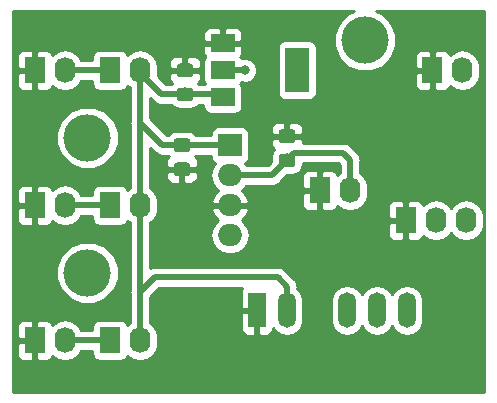
<source format=gtl>
G04 #@! TF.GenerationSoftware,KiCad,Pcbnew,5.0.1*
G04 #@! TF.CreationDate,2018-11-02T18:26:04-05:00*
G04 #@! TF.ProjectId,PowerRDP,506F7765725244502E6B696361645F70,01*
G04 #@! TF.SameCoordinates,Original*
G04 #@! TF.FileFunction,Copper,L1,Top,Signal*
G04 #@! TF.FilePolarity,Positive*
%FSLAX46Y46*%
G04 Gerber Fmt 4.6, Leading zero omitted, Abs format (unit mm)*
G04 Created by KiCad (PCBNEW 5.0.1) date Fri 02 Nov 2018 06:26:04 PM CDT*
%MOMM*%
%LPD*%
G01*
G04 APERTURE LIST*
G04 #@! TA.AperFunction,SMDPad,CuDef*
%ADD10R,2.000000X1.500000*%
G04 #@! TD*
G04 #@! TA.AperFunction,SMDPad,CuDef*
%ADD11R,2.000000X3.800000*%
G04 #@! TD*
G04 #@! TA.AperFunction,ComponentPad*
%ADD12O,2.000000X1.905000*%
G04 #@! TD*
G04 #@! TA.AperFunction,ComponentPad*
%ADD13R,2.000000X1.905000*%
G04 #@! TD*
G04 #@! TA.AperFunction,ComponentPad*
%ADD14O,1.740000X2.200000*%
G04 #@! TD*
G04 #@! TA.AperFunction,ComponentPad*
%ADD15R,1.740000X2.200000*%
G04 #@! TD*
G04 #@! TA.AperFunction,Conductor*
%ADD16C,0.100000*%
G04 #@! TD*
G04 #@! TA.AperFunction,SMDPad,CuDef*
%ADD17C,1.150000*%
G04 #@! TD*
G04 #@! TA.AperFunction,ComponentPad*
%ADD18R,1.500000X3.000000*%
G04 #@! TD*
G04 #@! TA.AperFunction,ComponentPad*
%ADD19O,1.500000X3.000000*%
G04 #@! TD*
G04 #@! TA.AperFunction,WasherPad*
%ADD20C,4.000000*%
G04 #@! TD*
G04 #@! TA.AperFunction,ViaPad*
%ADD21C,0.800000*%
G04 #@! TD*
G04 #@! TA.AperFunction,Conductor*
%ADD22C,0.500000*%
G04 #@! TD*
G04 #@! TA.AperFunction,Conductor*
%ADD23C,0.250000*%
G04 #@! TD*
G04 #@! TA.AperFunction,Conductor*
%ADD24C,0.254000*%
G04 #@! TD*
G04 APERTURE END LIST*
D10*
G04 #@! TO.P,U3,1*
G04 #@! TO.N,GND*
X139090000Y-51040000D03*
G04 #@! TO.P,U3,3*
G04 #@! TO.N,+BATT*
X139090000Y-55640000D03*
G04 #@! TO.P,U3,2*
G04 #@! TO.N,/+3.3V*
X139090000Y-53340000D03*
D11*
G04 #@! TO.P,U3,4*
G04 #@! TO.N,N/C*
X145390000Y-53340000D03*
G04 #@! TD*
D12*
G04 #@! TO.P,U2,4*
G04 #@! TO.N,Net-(U2-Pad4)*
X139700000Y-67310000D03*
G04 #@! TO.P,U2,3*
G04 #@! TO.N,GND*
X139700000Y-64770000D03*
G04 #@! TO.P,U2,2*
G04 #@! TO.N,/+12V*
X139700000Y-62230000D03*
D13*
G04 #@! TO.P,U2,1*
G04 #@! TO.N,+BATT*
X139700000Y-59690000D03*
G04 #@! TD*
D14*
G04 #@! TO.P,J1,2*
G04 #@! TO.N,Net-(J1-Pad2)*
X125730000Y-76200000D03*
D15*
G04 #@! TO.P,J1,1*
G04 #@! TO.N,GND*
X123190000Y-76200000D03*
G04 #@! TD*
D14*
G04 #@! TO.P,J2,2*
G04 #@! TO.N,+BATT*
X132080000Y-76200000D03*
D15*
G04 #@! TO.P,J2,1*
G04 #@! TO.N,Net-(J1-Pad2)*
X129540000Y-76200000D03*
G04 #@! TD*
D14*
G04 #@! TO.P,J3,2*
G04 #@! TO.N,Net-(J3-Pad2)*
X125730000Y-64770000D03*
D15*
G04 #@! TO.P,J3,1*
G04 #@! TO.N,GND*
X123190000Y-64770000D03*
G04 #@! TD*
D14*
G04 #@! TO.P,J4,2*
G04 #@! TO.N,+BATT*
X132080000Y-64770000D03*
D15*
G04 #@! TO.P,J4,1*
G04 #@! TO.N,Net-(J3-Pad2)*
X129540000Y-64770000D03*
G04 #@! TD*
D14*
G04 #@! TO.P,J5,2*
G04 #@! TO.N,Net-(J5-Pad2)*
X125730000Y-53340000D03*
D15*
G04 #@! TO.P,J5,1*
G04 #@! TO.N,GND*
X123190000Y-53340000D03*
G04 #@! TD*
D14*
G04 #@! TO.P,J6,2*
G04 #@! TO.N,+BATT*
X132080000Y-53340000D03*
D15*
G04 #@! TO.P,J6,1*
G04 #@! TO.N,Net-(J5-Pad2)*
X129540000Y-53340000D03*
G04 #@! TD*
D14*
G04 #@! TO.P,J7,2*
G04 #@! TO.N,/+3.3V*
X159385000Y-53340000D03*
D15*
G04 #@! TO.P,J7,1*
G04 #@! TO.N,GND*
X156845000Y-53340000D03*
G04 #@! TD*
D14*
G04 #@! TO.P,J8,2*
G04 #@! TO.N,/+12V*
X149860000Y-63500000D03*
D15*
G04 #@! TO.P,J8,1*
G04 #@! TO.N,GND*
X147320000Y-63500000D03*
G04 #@! TD*
D14*
G04 #@! TO.P,J9,3*
G04 #@! TO.N,/-15V*
X159665001Y-66040000D03*
G04 #@! TO.P,J9,2*
G04 #@! TO.N,/+15V*
X157125001Y-66040000D03*
D15*
G04 #@! TO.P,J9,1*
G04 #@! TO.N,GND*
X154585001Y-66040000D03*
G04 #@! TD*
D16*
G04 #@! TO.N,GND*
G04 #@! TO.C,C3*
G36*
X136110505Y-61148204D02*
X136134773Y-61151804D01*
X136158572Y-61157765D01*
X136181671Y-61166030D01*
X136203850Y-61176520D01*
X136224893Y-61189132D01*
X136244599Y-61203747D01*
X136262777Y-61220223D01*
X136279253Y-61238401D01*
X136293868Y-61258107D01*
X136306480Y-61279150D01*
X136316970Y-61301329D01*
X136325235Y-61324428D01*
X136331196Y-61348227D01*
X136334796Y-61372495D01*
X136336000Y-61396999D01*
X136336000Y-62047001D01*
X136334796Y-62071505D01*
X136331196Y-62095773D01*
X136325235Y-62119572D01*
X136316970Y-62142671D01*
X136306480Y-62164850D01*
X136293868Y-62185893D01*
X136279253Y-62205599D01*
X136262777Y-62223777D01*
X136244599Y-62240253D01*
X136224893Y-62254868D01*
X136203850Y-62267480D01*
X136181671Y-62277970D01*
X136158572Y-62286235D01*
X136134773Y-62292196D01*
X136110505Y-62295796D01*
X136086001Y-62297000D01*
X135185999Y-62297000D01*
X135161495Y-62295796D01*
X135137227Y-62292196D01*
X135113428Y-62286235D01*
X135090329Y-62277970D01*
X135068150Y-62267480D01*
X135047107Y-62254868D01*
X135027401Y-62240253D01*
X135009223Y-62223777D01*
X134992747Y-62205599D01*
X134978132Y-62185893D01*
X134965520Y-62164850D01*
X134955030Y-62142671D01*
X134946765Y-62119572D01*
X134940804Y-62095773D01*
X134937204Y-62071505D01*
X134936000Y-62047001D01*
X134936000Y-61396999D01*
X134937204Y-61372495D01*
X134940804Y-61348227D01*
X134946765Y-61324428D01*
X134955030Y-61301329D01*
X134965520Y-61279150D01*
X134978132Y-61258107D01*
X134992747Y-61238401D01*
X135009223Y-61220223D01*
X135027401Y-61203747D01*
X135047107Y-61189132D01*
X135068150Y-61176520D01*
X135090329Y-61166030D01*
X135113428Y-61157765D01*
X135137227Y-61151804D01*
X135161495Y-61148204D01*
X135185999Y-61147000D01*
X136086001Y-61147000D01*
X136110505Y-61148204D01*
X136110505Y-61148204D01*
G37*
D17*
G04 #@! TD*
G04 #@! TO.P,C3,1*
G04 #@! TO.N,GND*
X135636000Y-61722000D03*
D16*
G04 #@! TO.N,+BATT*
G04 #@! TO.C,C3*
G36*
X136110505Y-59098204D02*
X136134773Y-59101804D01*
X136158572Y-59107765D01*
X136181671Y-59116030D01*
X136203850Y-59126520D01*
X136224893Y-59139132D01*
X136244599Y-59153747D01*
X136262777Y-59170223D01*
X136279253Y-59188401D01*
X136293868Y-59208107D01*
X136306480Y-59229150D01*
X136316970Y-59251329D01*
X136325235Y-59274428D01*
X136331196Y-59298227D01*
X136334796Y-59322495D01*
X136336000Y-59346999D01*
X136336000Y-59997001D01*
X136334796Y-60021505D01*
X136331196Y-60045773D01*
X136325235Y-60069572D01*
X136316970Y-60092671D01*
X136306480Y-60114850D01*
X136293868Y-60135893D01*
X136279253Y-60155599D01*
X136262777Y-60173777D01*
X136244599Y-60190253D01*
X136224893Y-60204868D01*
X136203850Y-60217480D01*
X136181671Y-60227970D01*
X136158572Y-60236235D01*
X136134773Y-60242196D01*
X136110505Y-60245796D01*
X136086001Y-60247000D01*
X135185999Y-60247000D01*
X135161495Y-60245796D01*
X135137227Y-60242196D01*
X135113428Y-60236235D01*
X135090329Y-60227970D01*
X135068150Y-60217480D01*
X135047107Y-60204868D01*
X135027401Y-60190253D01*
X135009223Y-60173777D01*
X134992747Y-60155599D01*
X134978132Y-60135893D01*
X134965520Y-60114850D01*
X134955030Y-60092671D01*
X134946765Y-60069572D01*
X134940804Y-60045773D01*
X134937204Y-60021505D01*
X134936000Y-59997001D01*
X134936000Y-59346999D01*
X134937204Y-59322495D01*
X134940804Y-59298227D01*
X134946765Y-59274428D01*
X134955030Y-59251329D01*
X134965520Y-59229150D01*
X134978132Y-59208107D01*
X134992747Y-59188401D01*
X135009223Y-59170223D01*
X135027401Y-59153747D01*
X135047107Y-59139132D01*
X135068150Y-59126520D01*
X135090329Y-59116030D01*
X135113428Y-59107765D01*
X135137227Y-59101804D01*
X135161495Y-59098204D01*
X135185999Y-59097000D01*
X136086001Y-59097000D01*
X136110505Y-59098204D01*
X136110505Y-59098204D01*
G37*
D17*
G04 #@! TD*
G04 #@! TO.P,C3,2*
G04 #@! TO.N,+BATT*
X135636000Y-59672000D03*
D16*
G04 #@! TO.N,GND*
G04 #@! TO.C,C4*
G36*
X145000505Y-58345204D02*
X145024773Y-58348804D01*
X145048572Y-58354765D01*
X145071671Y-58363030D01*
X145093850Y-58373520D01*
X145114893Y-58386132D01*
X145134599Y-58400747D01*
X145152777Y-58417223D01*
X145169253Y-58435401D01*
X145183868Y-58455107D01*
X145196480Y-58476150D01*
X145206970Y-58498329D01*
X145215235Y-58521428D01*
X145221196Y-58545227D01*
X145224796Y-58569495D01*
X145226000Y-58593999D01*
X145226000Y-59244001D01*
X145224796Y-59268505D01*
X145221196Y-59292773D01*
X145215235Y-59316572D01*
X145206970Y-59339671D01*
X145196480Y-59361850D01*
X145183868Y-59382893D01*
X145169253Y-59402599D01*
X145152777Y-59420777D01*
X145134599Y-59437253D01*
X145114893Y-59451868D01*
X145093850Y-59464480D01*
X145071671Y-59474970D01*
X145048572Y-59483235D01*
X145024773Y-59489196D01*
X145000505Y-59492796D01*
X144976001Y-59494000D01*
X144075999Y-59494000D01*
X144051495Y-59492796D01*
X144027227Y-59489196D01*
X144003428Y-59483235D01*
X143980329Y-59474970D01*
X143958150Y-59464480D01*
X143937107Y-59451868D01*
X143917401Y-59437253D01*
X143899223Y-59420777D01*
X143882747Y-59402599D01*
X143868132Y-59382893D01*
X143855520Y-59361850D01*
X143845030Y-59339671D01*
X143836765Y-59316572D01*
X143830804Y-59292773D01*
X143827204Y-59268505D01*
X143826000Y-59244001D01*
X143826000Y-58593999D01*
X143827204Y-58569495D01*
X143830804Y-58545227D01*
X143836765Y-58521428D01*
X143845030Y-58498329D01*
X143855520Y-58476150D01*
X143868132Y-58455107D01*
X143882747Y-58435401D01*
X143899223Y-58417223D01*
X143917401Y-58400747D01*
X143937107Y-58386132D01*
X143958150Y-58373520D01*
X143980329Y-58363030D01*
X144003428Y-58354765D01*
X144027227Y-58348804D01*
X144051495Y-58345204D01*
X144075999Y-58344000D01*
X144976001Y-58344000D01*
X145000505Y-58345204D01*
X145000505Y-58345204D01*
G37*
D17*
G04 #@! TD*
G04 #@! TO.P,C4,2*
G04 #@! TO.N,GND*
X144526000Y-58919000D03*
D16*
G04 #@! TO.N,/+12V*
G04 #@! TO.C,C4*
G36*
X145000505Y-60395204D02*
X145024773Y-60398804D01*
X145048572Y-60404765D01*
X145071671Y-60413030D01*
X145093850Y-60423520D01*
X145114893Y-60436132D01*
X145134599Y-60450747D01*
X145152777Y-60467223D01*
X145169253Y-60485401D01*
X145183868Y-60505107D01*
X145196480Y-60526150D01*
X145206970Y-60548329D01*
X145215235Y-60571428D01*
X145221196Y-60595227D01*
X145224796Y-60619495D01*
X145226000Y-60643999D01*
X145226000Y-61294001D01*
X145224796Y-61318505D01*
X145221196Y-61342773D01*
X145215235Y-61366572D01*
X145206970Y-61389671D01*
X145196480Y-61411850D01*
X145183868Y-61432893D01*
X145169253Y-61452599D01*
X145152777Y-61470777D01*
X145134599Y-61487253D01*
X145114893Y-61501868D01*
X145093850Y-61514480D01*
X145071671Y-61524970D01*
X145048572Y-61533235D01*
X145024773Y-61539196D01*
X145000505Y-61542796D01*
X144976001Y-61544000D01*
X144075999Y-61544000D01*
X144051495Y-61542796D01*
X144027227Y-61539196D01*
X144003428Y-61533235D01*
X143980329Y-61524970D01*
X143958150Y-61514480D01*
X143937107Y-61501868D01*
X143917401Y-61487253D01*
X143899223Y-61470777D01*
X143882747Y-61452599D01*
X143868132Y-61432893D01*
X143855520Y-61411850D01*
X143845030Y-61389671D01*
X143836765Y-61366572D01*
X143830804Y-61342773D01*
X143827204Y-61318505D01*
X143826000Y-61294001D01*
X143826000Y-60643999D01*
X143827204Y-60619495D01*
X143830804Y-60595227D01*
X143836765Y-60571428D01*
X143845030Y-60548329D01*
X143855520Y-60526150D01*
X143868132Y-60505107D01*
X143882747Y-60485401D01*
X143899223Y-60467223D01*
X143917401Y-60450747D01*
X143937107Y-60436132D01*
X143958150Y-60423520D01*
X143980329Y-60413030D01*
X144003428Y-60404765D01*
X144027227Y-60398804D01*
X144051495Y-60395204D01*
X144075999Y-60394000D01*
X144976001Y-60394000D01*
X145000505Y-60395204D01*
X145000505Y-60395204D01*
G37*
D17*
G04 #@! TD*
G04 #@! TO.P,C4,1*
G04 #@! TO.N,/+12V*
X144526000Y-60969000D03*
D16*
G04 #@! TO.N,+BATT*
G04 #@! TO.C,C5*
G36*
X136364505Y-54816204D02*
X136388773Y-54819804D01*
X136412572Y-54825765D01*
X136435671Y-54834030D01*
X136457850Y-54844520D01*
X136478893Y-54857132D01*
X136498599Y-54871747D01*
X136516777Y-54888223D01*
X136533253Y-54906401D01*
X136547868Y-54926107D01*
X136560480Y-54947150D01*
X136570970Y-54969329D01*
X136579235Y-54992428D01*
X136585196Y-55016227D01*
X136588796Y-55040495D01*
X136590000Y-55064999D01*
X136590000Y-55715001D01*
X136588796Y-55739505D01*
X136585196Y-55763773D01*
X136579235Y-55787572D01*
X136570970Y-55810671D01*
X136560480Y-55832850D01*
X136547868Y-55853893D01*
X136533253Y-55873599D01*
X136516777Y-55891777D01*
X136498599Y-55908253D01*
X136478893Y-55922868D01*
X136457850Y-55935480D01*
X136435671Y-55945970D01*
X136412572Y-55954235D01*
X136388773Y-55960196D01*
X136364505Y-55963796D01*
X136340001Y-55965000D01*
X135439999Y-55965000D01*
X135415495Y-55963796D01*
X135391227Y-55960196D01*
X135367428Y-55954235D01*
X135344329Y-55945970D01*
X135322150Y-55935480D01*
X135301107Y-55922868D01*
X135281401Y-55908253D01*
X135263223Y-55891777D01*
X135246747Y-55873599D01*
X135232132Y-55853893D01*
X135219520Y-55832850D01*
X135209030Y-55810671D01*
X135200765Y-55787572D01*
X135194804Y-55763773D01*
X135191204Y-55739505D01*
X135190000Y-55715001D01*
X135190000Y-55064999D01*
X135191204Y-55040495D01*
X135194804Y-55016227D01*
X135200765Y-54992428D01*
X135209030Y-54969329D01*
X135219520Y-54947150D01*
X135232132Y-54926107D01*
X135246747Y-54906401D01*
X135263223Y-54888223D01*
X135281401Y-54871747D01*
X135301107Y-54857132D01*
X135322150Y-54844520D01*
X135344329Y-54834030D01*
X135367428Y-54825765D01*
X135391227Y-54819804D01*
X135415495Y-54816204D01*
X135439999Y-54815000D01*
X136340001Y-54815000D01*
X136364505Y-54816204D01*
X136364505Y-54816204D01*
G37*
D17*
G04 #@! TD*
G04 #@! TO.P,C5,1*
G04 #@! TO.N,+BATT*
X135890000Y-55390000D03*
D16*
G04 #@! TO.N,GND*
G04 #@! TO.C,C5*
G36*
X136364505Y-52766204D02*
X136388773Y-52769804D01*
X136412572Y-52775765D01*
X136435671Y-52784030D01*
X136457850Y-52794520D01*
X136478893Y-52807132D01*
X136498599Y-52821747D01*
X136516777Y-52838223D01*
X136533253Y-52856401D01*
X136547868Y-52876107D01*
X136560480Y-52897150D01*
X136570970Y-52919329D01*
X136579235Y-52942428D01*
X136585196Y-52966227D01*
X136588796Y-52990495D01*
X136590000Y-53014999D01*
X136590000Y-53665001D01*
X136588796Y-53689505D01*
X136585196Y-53713773D01*
X136579235Y-53737572D01*
X136570970Y-53760671D01*
X136560480Y-53782850D01*
X136547868Y-53803893D01*
X136533253Y-53823599D01*
X136516777Y-53841777D01*
X136498599Y-53858253D01*
X136478893Y-53872868D01*
X136457850Y-53885480D01*
X136435671Y-53895970D01*
X136412572Y-53904235D01*
X136388773Y-53910196D01*
X136364505Y-53913796D01*
X136340001Y-53915000D01*
X135439999Y-53915000D01*
X135415495Y-53913796D01*
X135391227Y-53910196D01*
X135367428Y-53904235D01*
X135344329Y-53895970D01*
X135322150Y-53885480D01*
X135301107Y-53872868D01*
X135281401Y-53858253D01*
X135263223Y-53841777D01*
X135246747Y-53823599D01*
X135232132Y-53803893D01*
X135219520Y-53782850D01*
X135209030Y-53760671D01*
X135200765Y-53737572D01*
X135194804Y-53713773D01*
X135191204Y-53689505D01*
X135190000Y-53665001D01*
X135190000Y-53014999D01*
X135191204Y-52990495D01*
X135194804Y-52966227D01*
X135200765Y-52942428D01*
X135209030Y-52919329D01*
X135219520Y-52897150D01*
X135232132Y-52876107D01*
X135246747Y-52856401D01*
X135263223Y-52838223D01*
X135281401Y-52821747D01*
X135301107Y-52807132D01*
X135322150Y-52794520D01*
X135344329Y-52784030D01*
X135367428Y-52775765D01*
X135391227Y-52769804D01*
X135415495Y-52766204D01*
X135439999Y-52765000D01*
X136340001Y-52765000D01*
X136364505Y-52766204D01*
X136364505Y-52766204D01*
G37*
D17*
G04 #@! TD*
G04 #@! TO.P,C5,2*
G04 #@! TO.N,GND*
X135890000Y-53340000D03*
D18*
G04 #@! TO.P,U4,1*
G04 #@! TO.N,GND*
X141986000Y-73660000D03*
D19*
G04 #@! TO.P,U4,2*
G04 #@! TO.N,+BATT*
X144526000Y-73660000D03*
G04 #@! TO.P,U4,4*
G04 #@! TO.N,Net-(L1-Pad1)*
X149606000Y-73660000D03*
G04 #@! TO.P,U4,5*
G04 #@! TO.N,Net-(JP1-Pad1)*
X152146000Y-73660000D03*
G04 #@! TO.P,U4,6*
G04 #@! TO.N,Net-(L2-Pad1)*
X154686000Y-73660000D03*
G04 #@! TD*
D20*
G04 #@! TO.P,REF\002A\002A,*
G04 #@! TO.N,*
X151130000Y-50800000D03*
G04 #@! TD*
G04 #@! TO.P,REF\002A\002A,*
G04 #@! TO.N,*
X127635000Y-70485000D03*
G04 #@! TD*
G04 #@! TO.P,REF\002A\002A,*
G04 #@! TO.N,*
X127635000Y-59055000D03*
G04 #@! TD*
D21*
G04 #@! TO.N,/+3.3V*
X140970000Y-53340000D03*
G04 #@! TD*
D22*
G04 #@! TO.N,Net-(J1-Pad2)*
X129540000Y-76200000D02*
X125730000Y-76200000D01*
D23*
G04 #@! TO.N,+BATT*
X132080000Y-53340000D02*
X132080000Y-57785000D01*
X132080000Y-57785000D02*
X132080000Y-64770000D01*
X132080000Y-72390000D02*
X132080000Y-76200000D01*
X132080000Y-64770000D02*
X132080000Y-71120000D01*
X132080000Y-71120000D02*
X132080000Y-72390000D01*
D22*
X132080000Y-53340000D02*
X132080000Y-64770000D01*
X133985000Y-59690000D02*
X132080000Y-57785000D01*
X134003000Y-59672000D02*
X135636000Y-59672000D01*
X133985000Y-59690000D02*
X134003000Y-59672000D01*
X139682000Y-59672000D02*
X139700000Y-59690000D01*
X135636000Y-59672000D02*
X139682000Y-59672000D01*
X133900000Y-55390000D02*
X135890000Y-55390000D01*
X132080000Y-53340000D02*
X132080000Y-53570000D01*
X132080000Y-53570000D02*
X133900000Y-55390000D01*
X138840000Y-55390000D02*
X139090000Y-55640000D01*
X135890000Y-55390000D02*
X138840000Y-55390000D01*
X144526000Y-71660000D02*
X143732000Y-70866000D01*
X144526000Y-73660000D02*
X144526000Y-71660000D01*
X133350000Y-70866000D02*
X132080000Y-72136000D01*
X143732000Y-70866000D02*
X133350000Y-70866000D01*
X132080000Y-64770000D02*
X132080000Y-72136000D01*
X132080000Y-72136000D02*
X132080000Y-76200000D01*
G04 #@! TO.N,Net-(J3-Pad2)*
X125730000Y-64770000D02*
X129540000Y-64770000D01*
G04 #@! TO.N,Net-(J5-Pad2)*
X125730000Y-53340000D02*
X129540000Y-53340000D01*
G04 #@! TO.N,/+3.3V*
X139090000Y-53340000D02*
X140970000Y-53340000D01*
G04 #@! TO.N,/+12V*
X143265000Y-62230000D02*
X144526000Y-60969000D01*
X139700000Y-62230000D02*
X143265000Y-62230000D01*
X145149372Y-60345628D02*
X149245628Y-60345628D01*
X144526000Y-60969000D02*
X145149372Y-60345628D01*
X149860000Y-60960000D02*
X149860000Y-63500000D01*
X149245628Y-60345628D02*
X149860000Y-60960000D01*
G04 #@! TD*
D24*
G04 #@! TO.N,GND*
G36*
X149637392Y-48566155D02*
X148896155Y-49307392D01*
X148495000Y-50275866D01*
X148495000Y-51324134D01*
X148896155Y-52292608D01*
X149637392Y-53033845D01*
X150605866Y-53435000D01*
X151654134Y-53435000D01*
X152622608Y-53033845D01*
X153363845Y-52292608D01*
X153437955Y-52113690D01*
X155340000Y-52113690D01*
X155340000Y-53054250D01*
X155498750Y-53213000D01*
X156718000Y-53213000D01*
X156718000Y-51763750D01*
X156972000Y-51763750D01*
X156972000Y-53213000D01*
X156992000Y-53213000D01*
X156992000Y-53467000D01*
X156972000Y-53467000D01*
X156972000Y-54916250D01*
X157130750Y-55075000D01*
X157841309Y-55075000D01*
X158074698Y-54978327D01*
X158253327Y-54799699D01*
X158310364Y-54661999D01*
X158797779Y-54987678D01*
X159385000Y-55104484D01*
X159972222Y-54987678D01*
X160470044Y-54655044D01*
X160802678Y-54157221D01*
X160890000Y-53718225D01*
X160890000Y-52961774D01*
X160802678Y-52522778D01*
X160470044Y-52024956D01*
X159972221Y-51692322D01*
X159385000Y-51575516D01*
X158797778Y-51692322D01*
X158310364Y-52018001D01*
X158253327Y-51880301D01*
X158074698Y-51701673D01*
X157841309Y-51605000D01*
X157130750Y-51605000D01*
X156972000Y-51763750D01*
X156718000Y-51763750D01*
X156559250Y-51605000D01*
X155848691Y-51605000D01*
X155615302Y-51701673D01*
X155436673Y-51880301D01*
X155340000Y-52113690D01*
X153437955Y-52113690D01*
X153765000Y-51324134D01*
X153765000Y-50275866D01*
X153363845Y-49307392D01*
X152622608Y-48566155D01*
X152064550Y-48335000D01*
X161215001Y-48335000D01*
X161215000Y-80570000D01*
X121360000Y-80570000D01*
X121360000Y-76485750D01*
X121685000Y-76485750D01*
X121685000Y-77426310D01*
X121781673Y-77659699D01*
X121960302Y-77838327D01*
X122193691Y-77935000D01*
X122904250Y-77935000D01*
X123063000Y-77776250D01*
X123063000Y-76327000D01*
X121843750Y-76327000D01*
X121685000Y-76485750D01*
X121360000Y-76485750D01*
X121360000Y-74973690D01*
X121685000Y-74973690D01*
X121685000Y-75914250D01*
X121843750Y-76073000D01*
X123063000Y-76073000D01*
X123063000Y-74623750D01*
X122904250Y-74465000D01*
X122193691Y-74465000D01*
X121960302Y-74561673D01*
X121781673Y-74740301D01*
X121685000Y-74973690D01*
X121360000Y-74973690D01*
X121360000Y-69960866D01*
X125000000Y-69960866D01*
X125000000Y-71009134D01*
X125401155Y-71977608D01*
X126142392Y-72718845D01*
X127110866Y-73120000D01*
X128159134Y-73120000D01*
X129127608Y-72718845D01*
X129868845Y-71977608D01*
X130270000Y-71009134D01*
X130270000Y-69960866D01*
X129868845Y-68992392D01*
X129127608Y-68251155D01*
X128159134Y-67850000D01*
X127110866Y-67850000D01*
X126142392Y-68251155D01*
X125401155Y-68992392D01*
X125000000Y-69960866D01*
X121360000Y-69960866D01*
X121360000Y-65055750D01*
X121685000Y-65055750D01*
X121685000Y-65996310D01*
X121781673Y-66229699D01*
X121960302Y-66408327D01*
X122193691Y-66505000D01*
X122904250Y-66505000D01*
X123063000Y-66346250D01*
X123063000Y-64897000D01*
X121843750Y-64897000D01*
X121685000Y-65055750D01*
X121360000Y-65055750D01*
X121360000Y-63543690D01*
X121685000Y-63543690D01*
X121685000Y-64484250D01*
X121843750Y-64643000D01*
X123063000Y-64643000D01*
X123063000Y-63193750D01*
X122904250Y-63035000D01*
X122193691Y-63035000D01*
X121960302Y-63131673D01*
X121781673Y-63310301D01*
X121685000Y-63543690D01*
X121360000Y-63543690D01*
X121360000Y-58530866D01*
X125000000Y-58530866D01*
X125000000Y-59579134D01*
X125401155Y-60547608D01*
X126142392Y-61288845D01*
X127110866Y-61690000D01*
X128159134Y-61690000D01*
X129127608Y-61288845D01*
X129868845Y-60547608D01*
X130270000Y-59579134D01*
X130270000Y-58530866D01*
X129868845Y-57562392D01*
X129127608Y-56821155D01*
X128159134Y-56420000D01*
X127110866Y-56420000D01*
X126142392Y-56821155D01*
X125401155Y-57562392D01*
X125000000Y-58530866D01*
X121360000Y-58530866D01*
X121360000Y-53625750D01*
X121685000Y-53625750D01*
X121685000Y-54566310D01*
X121781673Y-54799699D01*
X121960302Y-54978327D01*
X122193691Y-55075000D01*
X122904250Y-55075000D01*
X123063000Y-54916250D01*
X123063000Y-53467000D01*
X121843750Y-53467000D01*
X121685000Y-53625750D01*
X121360000Y-53625750D01*
X121360000Y-52113690D01*
X121685000Y-52113690D01*
X121685000Y-53054250D01*
X121843750Y-53213000D01*
X123063000Y-53213000D01*
X123063000Y-51763750D01*
X123317000Y-51763750D01*
X123317000Y-53213000D01*
X123337000Y-53213000D01*
X123337000Y-53467000D01*
X123317000Y-53467000D01*
X123317000Y-54916250D01*
X123475750Y-55075000D01*
X124186309Y-55075000D01*
X124419698Y-54978327D01*
X124598327Y-54799699D01*
X124655364Y-54661999D01*
X125142779Y-54987678D01*
X125730000Y-55104484D01*
X126317222Y-54987678D01*
X126815044Y-54655044D01*
X127102390Y-54225000D01*
X128022560Y-54225000D01*
X128022560Y-54440000D01*
X128071843Y-54687765D01*
X128212191Y-54897809D01*
X128422235Y-55038157D01*
X128670000Y-55087440D01*
X130410000Y-55087440D01*
X130657765Y-55038157D01*
X130867809Y-54897809D01*
X131008157Y-54687765D01*
X131012353Y-54666668D01*
X131195000Y-54788709D01*
X131195000Y-57697838D01*
X131177663Y-57785000D01*
X131195000Y-57872163D01*
X131195001Y-63321290D01*
X131012353Y-63443331D01*
X131008157Y-63422235D01*
X130867809Y-63212191D01*
X130657765Y-63071843D01*
X130410000Y-63022560D01*
X128670000Y-63022560D01*
X128422235Y-63071843D01*
X128212191Y-63212191D01*
X128071843Y-63422235D01*
X128022560Y-63670000D01*
X128022560Y-63885000D01*
X127102390Y-63885000D01*
X126815044Y-63454956D01*
X126317221Y-63122322D01*
X125730000Y-63005516D01*
X125142778Y-63122322D01*
X124655364Y-63448001D01*
X124598327Y-63310301D01*
X124419698Y-63131673D01*
X124186309Y-63035000D01*
X123475750Y-63035000D01*
X123317000Y-63193750D01*
X123317000Y-64643000D01*
X123337000Y-64643000D01*
X123337000Y-64897000D01*
X123317000Y-64897000D01*
X123317000Y-66346250D01*
X123475750Y-66505000D01*
X124186309Y-66505000D01*
X124419698Y-66408327D01*
X124598327Y-66229699D01*
X124655364Y-66091999D01*
X125142779Y-66417678D01*
X125730000Y-66534484D01*
X126317222Y-66417678D01*
X126815044Y-66085044D01*
X127102390Y-65655000D01*
X128022560Y-65655000D01*
X128022560Y-65870000D01*
X128071843Y-66117765D01*
X128212191Y-66327809D01*
X128422235Y-66468157D01*
X128670000Y-66517440D01*
X130410000Y-66517440D01*
X130657765Y-66468157D01*
X130867809Y-66327809D01*
X131008157Y-66117765D01*
X131012353Y-66096668D01*
X131195000Y-66218709D01*
X131195001Y-72048831D01*
X131195000Y-72048836D01*
X131195000Y-72048839D01*
X131177663Y-72136000D01*
X131195000Y-72223161D01*
X131195001Y-74751290D01*
X131012353Y-74873331D01*
X131008157Y-74852235D01*
X130867809Y-74642191D01*
X130657765Y-74501843D01*
X130410000Y-74452560D01*
X128670000Y-74452560D01*
X128422235Y-74501843D01*
X128212191Y-74642191D01*
X128071843Y-74852235D01*
X128022560Y-75100000D01*
X128022560Y-75315000D01*
X127102390Y-75315000D01*
X126815044Y-74884956D01*
X126317221Y-74552322D01*
X125730000Y-74435516D01*
X125142778Y-74552322D01*
X124655364Y-74878001D01*
X124598327Y-74740301D01*
X124419698Y-74561673D01*
X124186309Y-74465000D01*
X123475750Y-74465000D01*
X123317000Y-74623750D01*
X123317000Y-76073000D01*
X123337000Y-76073000D01*
X123337000Y-76327000D01*
X123317000Y-76327000D01*
X123317000Y-77776250D01*
X123475750Y-77935000D01*
X124186309Y-77935000D01*
X124419698Y-77838327D01*
X124598327Y-77659699D01*
X124655364Y-77521999D01*
X125142779Y-77847678D01*
X125730000Y-77964484D01*
X126317222Y-77847678D01*
X126815044Y-77515044D01*
X127102390Y-77085000D01*
X128022560Y-77085000D01*
X128022560Y-77300000D01*
X128071843Y-77547765D01*
X128212191Y-77757809D01*
X128422235Y-77898157D01*
X128670000Y-77947440D01*
X130410000Y-77947440D01*
X130657765Y-77898157D01*
X130867809Y-77757809D01*
X131008157Y-77547765D01*
X131012353Y-77526668D01*
X131492779Y-77847678D01*
X132080000Y-77964484D01*
X132667222Y-77847678D01*
X133165044Y-77515044D01*
X133497678Y-77017221D01*
X133585000Y-76578225D01*
X133585000Y-75821774D01*
X133497678Y-75382778D01*
X133165044Y-74884956D01*
X132965000Y-74751291D01*
X132965000Y-73945750D01*
X140601000Y-73945750D01*
X140601000Y-75286310D01*
X140697673Y-75519699D01*
X140876302Y-75698327D01*
X141109691Y-75795000D01*
X141700250Y-75795000D01*
X141859000Y-75636250D01*
X141859000Y-73787000D01*
X140759750Y-73787000D01*
X140601000Y-73945750D01*
X132965000Y-73945750D01*
X132965000Y-72502578D01*
X133716579Y-71751000D01*
X140746974Y-71751000D01*
X140697673Y-71800301D01*
X140601000Y-72033690D01*
X140601000Y-73374250D01*
X140759750Y-73533000D01*
X141859000Y-73533000D01*
X141859000Y-73513000D01*
X142113000Y-73513000D01*
X142113000Y-73533000D01*
X142133000Y-73533000D01*
X142133000Y-73787000D01*
X142113000Y-73787000D01*
X142113000Y-75636250D01*
X142271750Y-75795000D01*
X142862309Y-75795000D01*
X143095698Y-75698327D01*
X143274327Y-75519699D01*
X143371000Y-75286310D01*
X143371000Y-75174352D01*
X143527472Y-75408529D01*
X143985601Y-75714641D01*
X144526000Y-75822133D01*
X145066400Y-75714641D01*
X145524529Y-75408529D01*
X145830641Y-74950400D01*
X145911000Y-74546407D01*
X145911000Y-72773594D01*
X148221000Y-72773594D01*
X148221000Y-74546407D01*
X148301360Y-74950400D01*
X148607472Y-75408529D01*
X149065601Y-75714641D01*
X149606000Y-75822133D01*
X150146400Y-75714641D01*
X150604529Y-75408529D01*
X150876001Y-75002243D01*
X151147472Y-75408529D01*
X151605601Y-75714641D01*
X152146000Y-75822133D01*
X152686400Y-75714641D01*
X153144529Y-75408529D01*
X153416001Y-75002243D01*
X153687472Y-75408529D01*
X154145601Y-75714641D01*
X154686000Y-75822133D01*
X155226400Y-75714641D01*
X155684529Y-75408529D01*
X155990641Y-74950400D01*
X156071000Y-74546407D01*
X156071000Y-72773593D01*
X155990641Y-72369600D01*
X155684528Y-71911471D01*
X155226399Y-71605359D01*
X154686000Y-71497867D01*
X154145600Y-71605359D01*
X153687471Y-71911472D01*
X153416000Y-72317757D01*
X153144528Y-71911471D01*
X152686399Y-71605359D01*
X152146000Y-71497867D01*
X151605600Y-71605359D01*
X151147471Y-71911472D01*
X150876000Y-72317757D01*
X150604528Y-71911471D01*
X150146399Y-71605359D01*
X149606000Y-71497867D01*
X149065600Y-71605359D01*
X148607471Y-71911472D01*
X148301359Y-72369601D01*
X148221000Y-72773594D01*
X145911000Y-72773594D01*
X145911000Y-72773593D01*
X145830641Y-72369600D01*
X145524528Y-71911471D01*
X145411000Y-71835614D01*
X145411000Y-71747161D01*
X145428337Y-71660000D01*
X145411000Y-71572839D01*
X145411000Y-71572835D01*
X145359652Y-71314690D01*
X145290575Y-71211309D01*
X145213424Y-71095845D01*
X145213423Y-71095844D01*
X145164049Y-71021951D01*
X145090156Y-70972577D01*
X144419425Y-70301847D01*
X144370049Y-70227951D01*
X144077310Y-70032348D01*
X143819165Y-69981000D01*
X143819161Y-69981000D01*
X143732000Y-69963663D01*
X143644839Y-69981000D01*
X133437159Y-69981000D01*
X133349999Y-69963663D01*
X133262839Y-69981000D01*
X133262835Y-69981000D01*
X133004690Y-70032348D01*
X133004688Y-70032349D01*
X133004689Y-70032349D01*
X132965000Y-70058868D01*
X132965000Y-67310000D01*
X138033900Y-67310000D01*
X138157109Y-67929411D01*
X138507977Y-68454523D01*
X139033089Y-68805391D01*
X139496150Y-68897500D01*
X139903850Y-68897500D01*
X140366911Y-68805391D01*
X140892023Y-68454523D01*
X141242891Y-67929411D01*
X141366100Y-67310000D01*
X141242891Y-66690589D01*
X140999114Y-66325750D01*
X153080001Y-66325750D01*
X153080001Y-67266310D01*
X153176674Y-67499699D01*
X153355303Y-67678327D01*
X153588692Y-67775000D01*
X154299251Y-67775000D01*
X154458001Y-67616250D01*
X154458001Y-66167000D01*
X153238751Y-66167000D01*
X153080001Y-66325750D01*
X140999114Y-66325750D01*
X140892023Y-66165477D01*
X140690526Y-66030841D01*
X141075973Y-65636924D01*
X141290563Y-65142980D01*
X141170594Y-64897000D01*
X139827000Y-64897000D01*
X139827000Y-64917000D01*
X139573000Y-64917000D01*
X139573000Y-64897000D01*
X138229406Y-64897000D01*
X138109437Y-65142980D01*
X138324027Y-65636924D01*
X138709474Y-66030841D01*
X138507977Y-66165477D01*
X138157109Y-66690589D01*
X138033900Y-67310000D01*
X132965000Y-67310000D01*
X132965000Y-66218709D01*
X133165044Y-66085044D01*
X133497678Y-65587221D01*
X133585000Y-65148225D01*
X133585000Y-64391774D01*
X133497678Y-63952778D01*
X133165044Y-63454956D01*
X132965000Y-63321291D01*
X132965000Y-62007750D01*
X134301000Y-62007750D01*
X134301000Y-62423309D01*
X134397673Y-62656698D01*
X134576301Y-62835327D01*
X134809690Y-62932000D01*
X135350250Y-62932000D01*
X135509000Y-62773250D01*
X135509000Y-61849000D01*
X135763000Y-61849000D01*
X135763000Y-62773250D01*
X135921750Y-62932000D01*
X136462310Y-62932000D01*
X136695699Y-62835327D01*
X136874327Y-62656698D01*
X136971000Y-62423309D01*
X136971000Y-62007750D01*
X136812250Y-61849000D01*
X135763000Y-61849000D01*
X135509000Y-61849000D01*
X134459750Y-61849000D01*
X134301000Y-62007750D01*
X132965000Y-62007750D01*
X132965000Y-59921579D01*
X133297577Y-60254156D01*
X133346951Y-60328049D01*
X133420843Y-60377422D01*
X133420845Y-60377424D01*
X133639690Y-60523652D01*
X133985000Y-60592337D01*
X134162655Y-60557000D01*
X134501577Y-60557000D01*
X134551414Y-60631586D01*
X134552597Y-60632377D01*
X134397673Y-60787302D01*
X134301000Y-61020691D01*
X134301000Y-61436250D01*
X134459750Y-61595000D01*
X135509000Y-61595000D01*
X135509000Y-61575000D01*
X135763000Y-61575000D01*
X135763000Y-61595000D01*
X136812250Y-61595000D01*
X136971000Y-61436250D01*
X136971000Y-61020691D01*
X136874327Y-60787302D01*
X136719403Y-60632377D01*
X136720586Y-60631586D01*
X136770423Y-60557000D01*
X138052560Y-60557000D01*
X138052560Y-60642500D01*
X138101843Y-60890265D01*
X138242191Y-61100309D01*
X138419088Y-61218509D01*
X138157109Y-61610589D01*
X138033900Y-62230000D01*
X138157109Y-62849411D01*
X138507977Y-63374523D01*
X138709474Y-63509159D01*
X138324027Y-63903076D01*
X138109437Y-64397020D01*
X138229406Y-64643000D01*
X139573000Y-64643000D01*
X139573000Y-64623000D01*
X139827000Y-64623000D01*
X139827000Y-64643000D01*
X141170594Y-64643000D01*
X141290563Y-64397020D01*
X141075973Y-63903076D01*
X140961170Y-63785750D01*
X145815000Y-63785750D01*
X145815000Y-64726310D01*
X145911673Y-64959699D01*
X146090302Y-65138327D01*
X146323691Y-65235000D01*
X147034250Y-65235000D01*
X147193000Y-65076250D01*
X147193000Y-63627000D01*
X145973750Y-63627000D01*
X145815000Y-63785750D01*
X140961170Y-63785750D01*
X140690526Y-63509159D01*
X140892023Y-63374523D01*
X141065430Y-63115000D01*
X143177839Y-63115000D01*
X143265000Y-63132337D01*
X143352161Y-63115000D01*
X143352165Y-63115000D01*
X143610310Y-63063652D01*
X143903049Y-62868049D01*
X143952425Y-62794153D01*
X144472888Y-62273690D01*
X145815000Y-62273690D01*
X145815000Y-63214250D01*
X145973750Y-63373000D01*
X147193000Y-63373000D01*
X147193000Y-61923750D01*
X147034250Y-61765000D01*
X146323691Y-61765000D01*
X146090302Y-61861673D01*
X145911673Y-62040301D01*
X145815000Y-62273690D01*
X144472888Y-62273690D01*
X144555139Y-62191440D01*
X144976001Y-62191440D01*
X145319436Y-62123127D01*
X145610586Y-61928586D01*
X145805127Y-61637436D01*
X145873440Y-61294001D01*
X145873440Y-61230628D01*
X148879050Y-61230628D01*
X148975000Y-61326579D01*
X148975000Y-62051291D01*
X148785364Y-62178001D01*
X148728327Y-62040301D01*
X148549698Y-61861673D01*
X148316309Y-61765000D01*
X147605750Y-61765000D01*
X147447000Y-61923750D01*
X147447000Y-63373000D01*
X147467000Y-63373000D01*
X147467000Y-63627000D01*
X147447000Y-63627000D01*
X147447000Y-65076250D01*
X147605750Y-65235000D01*
X148316309Y-65235000D01*
X148549698Y-65138327D01*
X148728327Y-64959699D01*
X148785364Y-64821999D01*
X149272779Y-65147678D01*
X149860000Y-65264484D01*
X150447222Y-65147678D01*
X150945044Y-64815044D01*
X150945948Y-64813690D01*
X153080001Y-64813690D01*
X153080001Y-65754250D01*
X153238751Y-65913000D01*
X154458001Y-65913000D01*
X154458001Y-64463750D01*
X154712001Y-64463750D01*
X154712001Y-65913000D01*
X154732001Y-65913000D01*
X154732001Y-66167000D01*
X154712001Y-66167000D01*
X154712001Y-67616250D01*
X154870751Y-67775000D01*
X155581310Y-67775000D01*
X155814699Y-67678327D01*
X155993328Y-67499699D01*
X156050365Y-67361999D01*
X156537780Y-67687678D01*
X157125001Y-67804484D01*
X157712223Y-67687678D01*
X158210045Y-67355044D01*
X158395001Y-67078237D01*
X158579957Y-67355044D01*
X159077780Y-67687678D01*
X159665001Y-67804484D01*
X160252223Y-67687678D01*
X160750045Y-67355044D01*
X161082679Y-66857221D01*
X161170001Y-66418225D01*
X161170001Y-65661774D01*
X161082679Y-65222778D01*
X160750045Y-64724956D01*
X160252222Y-64392322D01*
X159665001Y-64275516D01*
X159077779Y-64392322D01*
X158579957Y-64724956D01*
X158395001Y-65001763D01*
X158210045Y-64724956D01*
X157712222Y-64392322D01*
X157125001Y-64275516D01*
X156537779Y-64392322D01*
X156050365Y-64718001D01*
X155993328Y-64580301D01*
X155814699Y-64401673D01*
X155581310Y-64305000D01*
X154870751Y-64305000D01*
X154712001Y-64463750D01*
X154458001Y-64463750D01*
X154299251Y-64305000D01*
X153588692Y-64305000D01*
X153355303Y-64401673D01*
X153176674Y-64580301D01*
X153080001Y-64813690D01*
X150945948Y-64813690D01*
X151277678Y-64317221D01*
X151365000Y-63878225D01*
X151365000Y-63121774D01*
X151277678Y-62682778D01*
X150945044Y-62184956D01*
X150745000Y-62051291D01*
X150745000Y-61047159D01*
X150762337Y-60959999D01*
X150745000Y-60872839D01*
X150745000Y-60872835D01*
X150693652Y-60614690D01*
X150498049Y-60321951D01*
X150424156Y-60272577D01*
X149933053Y-59781474D01*
X149883677Y-59707579D01*
X149590938Y-59511976D01*
X149332793Y-59460628D01*
X149332789Y-59460628D01*
X149245628Y-59443291D01*
X149158467Y-59460628D01*
X145861000Y-59460628D01*
X145861000Y-59204750D01*
X145702250Y-59046000D01*
X144653000Y-59046000D01*
X144653000Y-59066000D01*
X144399000Y-59066000D01*
X144399000Y-59046000D01*
X143349750Y-59046000D01*
X143191000Y-59204750D01*
X143191000Y-59620309D01*
X143287673Y-59853698D01*
X143442597Y-60008623D01*
X143441414Y-60009414D01*
X143246873Y-60300564D01*
X143178560Y-60643999D01*
X143178560Y-61064862D01*
X142898422Y-61345000D01*
X141065430Y-61345000D01*
X140980912Y-61218509D01*
X141157809Y-61100309D01*
X141298157Y-60890265D01*
X141347440Y-60642500D01*
X141347440Y-58737500D01*
X141298157Y-58489735D01*
X141157809Y-58279691D01*
X141065021Y-58217691D01*
X143191000Y-58217691D01*
X143191000Y-58633250D01*
X143349750Y-58792000D01*
X144399000Y-58792000D01*
X144399000Y-57867750D01*
X144653000Y-57867750D01*
X144653000Y-58792000D01*
X145702250Y-58792000D01*
X145861000Y-58633250D01*
X145861000Y-58217691D01*
X145764327Y-57984302D01*
X145585699Y-57805673D01*
X145352310Y-57709000D01*
X144811750Y-57709000D01*
X144653000Y-57867750D01*
X144399000Y-57867750D01*
X144240250Y-57709000D01*
X143699690Y-57709000D01*
X143466301Y-57805673D01*
X143287673Y-57984302D01*
X143191000Y-58217691D01*
X141065021Y-58217691D01*
X140947765Y-58139343D01*
X140700000Y-58090060D01*
X138700000Y-58090060D01*
X138452235Y-58139343D01*
X138242191Y-58279691D01*
X138101843Y-58489735D01*
X138052560Y-58737500D01*
X138052560Y-58787000D01*
X136770423Y-58787000D01*
X136720586Y-58712414D01*
X136429436Y-58517873D01*
X136086001Y-58449560D01*
X135185999Y-58449560D01*
X134842564Y-58517873D01*
X134551414Y-58712414D01*
X134501577Y-58787000D01*
X134333579Y-58787000D01*
X132965000Y-57418422D01*
X132965000Y-55706579D01*
X133212577Y-55954156D01*
X133261951Y-56028049D01*
X133335844Y-56077423D01*
X133335845Y-56077424D01*
X133554690Y-56223652D01*
X133812835Y-56275000D01*
X133812839Y-56275000D01*
X133900000Y-56292337D01*
X133987161Y-56275000D01*
X134755577Y-56275000D01*
X134805414Y-56349586D01*
X135096564Y-56544127D01*
X135439999Y-56612440D01*
X136340001Y-56612440D01*
X136683436Y-56544127D01*
X136974586Y-56349586D01*
X137024423Y-56275000D01*
X137442560Y-56275000D01*
X137442560Y-56390000D01*
X137491843Y-56637765D01*
X137632191Y-56847809D01*
X137842235Y-56988157D01*
X138090000Y-57037440D01*
X140090000Y-57037440D01*
X140337765Y-56988157D01*
X140547809Y-56847809D01*
X140688157Y-56637765D01*
X140737440Y-56390000D01*
X140737440Y-54890000D01*
X140688157Y-54642235D01*
X140586436Y-54490000D01*
X140685139Y-54342282D01*
X140764126Y-54375000D01*
X141175874Y-54375000D01*
X141556280Y-54217431D01*
X141847431Y-53926280D01*
X142005000Y-53545874D01*
X142005000Y-53134126D01*
X141847431Y-52753720D01*
X141556280Y-52462569D01*
X141175874Y-52305000D01*
X140764126Y-52305000D01*
X140685139Y-52337718D01*
X140587073Y-52190953D01*
X140628327Y-52149699D01*
X140725000Y-51916310D01*
X140725000Y-51440000D01*
X143742560Y-51440000D01*
X143742560Y-55240000D01*
X143791843Y-55487765D01*
X143932191Y-55697809D01*
X144142235Y-55838157D01*
X144390000Y-55887440D01*
X146390000Y-55887440D01*
X146637765Y-55838157D01*
X146847809Y-55697809D01*
X146988157Y-55487765D01*
X147037440Y-55240000D01*
X147037440Y-53625750D01*
X155340000Y-53625750D01*
X155340000Y-54566310D01*
X155436673Y-54799699D01*
X155615302Y-54978327D01*
X155848691Y-55075000D01*
X156559250Y-55075000D01*
X156718000Y-54916250D01*
X156718000Y-53467000D01*
X155498750Y-53467000D01*
X155340000Y-53625750D01*
X147037440Y-53625750D01*
X147037440Y-51440000D01*
X146988157Y-51192235D01*
X146847809Y-50982191D01*
X146637765Y-50841843D01*
X146390000Y-50792560D01*
X144390000Y-50792560D01*
X144142235Y-50841843D01*
X143932191Y-50982191D01*
X143791843Y-51192235D01*
X143742560Y-51440000D01*
X140725000Y-51440000D01*
X140725000Y-51325750D01*
X140566250Y-51167000D01*
X139217000Y-51167000D01*
X139217000Y-51187000D01*
X138963000Y-51187000D01*
X138963000Y-51167000D01*
X137613750Y-51167000D01*
X137455000Y-51325750D01*
X137455000Y-51916310D01*
X137551673Y-52149699D01*
X137592927Y-52190953D01*
X137491843Y-52342235D01*
X137442560Y-52590000D01*
X137442560Y-54090000D01*
X137491843Y-54337765D01*
X137593564Y-54490000D01*
X137583541Y-54505000D01*
X137024423Y-54505000D01*
X136974586Y-54430414D01*
X136973403Y-54429623D01*
X137128327Y-54274698D01*
X137225000Y-54041309D01*
X137225000Y-53625750D01*
X137066250Y-53467000D01*
X136017000Y-53467000D01*
X136017000Y-53487000D01*
X135763000Y-53487000D01*
X135763000Y-53467000D01*
X134713750Y-53467000D01*
X134555000Y-53625750D01*
X134555000Y-54041309D01*
X134651673Y-54274698D01*
X134806597Y-54429623D01*
X134805414Y-54430414D01*
X134755577Y-54505000D01*
X134266579Y-54505000D01*
X133567547Y-53805968D01*
X133585000Y-53718225D01*
X133585000Y-52961774D01*
X133520735Y-52638691D01*
X134555000Y-52638691D01*
X134555000Y-53054250D01*
X134713750Y-53213000D01*
X135763000Y-53213000D01*
X135763000Y-52288750D01*
X136017000Y-52288750D01*
X136017000Y-53213000D01*
X137066250Y-53213000D01*
X137225000Y-53054250D01*
X137225000Y-52638691D01*
X137128327Y-52405302D01*
X136949699Y-52226673D01*
X136716310Y-52130000D01*
X136175750Y-52130000D01*
X136017000Y-52288750D01*
X135763000Y-52288750D01*
X135604250Y-52130000D01*
X135063690Y-52130000D01*
X134830301Y-52226673D01*
X134651673Y-52405302D01*
X134555000Y-52638691D01*
X133520735Y-52638691D01*
X133497678Y-52522778D01*
X133165044Y-52024956D01*
X132667221Y-51692322D01*
X132080000Y-51575516D01*
X131492778Y-51692322D01*
X131012353Y-52013331D01*
X131008157Y-51992235D01*
X130867809Y-51782191D01*
X130657765Y-51641843D01*
X130410000Y-51592560D01*
X128670000Y-51592560D01*
X128422235Y-51641843D01*
X128212191Y-51782191D01*
X128071843Y-51992235D01*
X128022560Y-52240000D01*
X128022560Y-52455000D01*
X127102390Y-52455000D01*
X126815044Y-52024956D01*
X126317221Y-51692322D01*
X125730000Y-51575516D01*
X125142778Y-51692322D01*
X124655364Y-52018001D01*
X124598327Y-51880301D01*
X124419698Y-51701673D01*
X124186309Y-51605000D01*
X123475750Y-51605000D01*
X123317000Y-51763750D01*
X123063000Y-51763750D01*
X122904250Y-51605000D01*
X122193691Y-51605000D01*
X121960302Y-51701673D01*
X121781673Y-51880301D01*
X121685000Y-52113690D01*
X121360000Y-52113690D01*
X121360000Y-50163690D01*
X137455000Y-50163690D01*
X137455000Y-50754250D01*
X137613750Y-50913000D01*
X138963000Y-50913000D01*
X138963000Y-49813750D01*
X139217000Y-49813750D01*
X139217000Y-50913000D01*
X140566250Y-50913000D01*
X140725000Y-50754250D01*
X140725000Y-50163690D01*
X140628327Y-49930301D01*
X140449698Y-49751673D01*
X140216309Y-49655000D01*
X139375750Y-49655000D01*
X139217000Y-49813750D01*
X138963000Y-49813750D01*
X138804250Y-49655000D01*
X137963691Y-49655000D01*
X137730302Y-49751673D01*
X137551673Y-49930301D01*
X137455000Y-50163690D01*
X121360000Y-50163690D01*
X121360000Y-48335000D01*
X150195450Y-48335000D01*
X149637392Y-48566155D01*
X149637392Y-48566155D01*
G37*
X149637392Y-48566155D02*
X148896155Y-49307392D01*
X148495000Y-50275866D01*
X148495000Y-51324134D01*
X148896155Y-52292608D01*
X149637392Y-53033845D01*
X150605866Y-53435000D01*
X151654134Y-53435000D01*
X152622608Y-53033845D01*
X153363845Y-52292608D01*
X153437955Y-52113690D01*
X155340000Y-52113690D01*
X155340000Y-53054250D01*
X155498750Y-53213000D01*
X156718000Y-53213000D01*
X156718000Y-51763750D01*
X156972000Y-51763750D01*
X156972000Y-53213000D01*
X156992000Y-53213000D01*
X156992000Y-53467000D01*
X156972000Y-53467000D01*
X156972000Y-54916250D01*
X157130750Y-55075000D01*
X157841309Y-55075000D01*
X158074698Y-54978327D01*
X158253327Y-54799699D01*
X158310364Y-54661999D01*
X158797779Y-54987678D01*
X159385000Y-55104484D01*
X159972222Y-54987678D01*
X160470044Y-54655044D01*
X160802678Y-54157221D01*
X160890000Y-53718225D01*
X160890000Y-52961774D01*
X160802678Y-52522778D01*
X160470044Y-52024956D01*
X159972221Y-51692322D01*
X159385000Y-51575516D01*
X158797778Y-51692322D01*
X158310364Y-52018001D01*
X158253327Y-51880301D01*
X158074698Y-51701673D01*
X157841309Y-51605000D01*
X157130750Y-51605000D01*
X156972000Y-51763750D01*
X156718000Y-51763750D01*
X156559250Y-51605000D01*
X155848691Y-51605000D01*
X155615302Y-51701673D01*
X155436673Y-51880301D01*
X155340000Y-52113690D01*
X153437955Y-52113690D01*
X153765000Y-51324134D01*
X153765000Y-50275866D01*
X153363845Y-49307392D01*
X152622608Y-48566155D01*
X152064550Y-48335000D01*
X161215001Y-48335000D01*
X161215000Y-80570000D01*
X121360000Y-80570000D01*
X121360000Y-76485750D01*
X121685000Y-76485750D01*
X121685000Y-77426310D01*
X121781673Y-77659699D01*
X121960302Y-77838327D01*
X122193691Y-77935000D01*
X122904250Y-77935000D01*
X123063000Y-77776250D01*
X123063000Y-76327000D01*
X121843750Y-76327000D01*
X121685000Y-76485750D01*
X121360000Y-76485750D01*
X121360000Y-74973690D01*
X121685000Y-74973690D01*
X121685000Y-75914250D01*
X121843750Y-76073000D01*
X123063000Y-76073000D01*
X123063000Y-74623750D01*
X122904250Y-74465000D01*
X122193691Y-74465000D01*
X121960302Y-74561673D01*
X121781673Y-74740301D01*
X121685000Y-74973690D01*
X121360000Y-74973690D01*
X121360000Y-69960866D01*
X125000000Y-69960866D01*
X125000000Y-71009134D01*
X125401155Y-71977608D01*
X126142392Y-72718845D01*
X127110866Y-73120000D01*
X128159134Y-73120000D01*
X129127608Y-72718845D01*
X129868845Y-71977608D01*
X130270000Y-71009134D01*
X130270000Y-69960866D01*
X129868845Y-68992392D01*
X129127608Y-68251155D01*
X128159134Y-67850000D01*
X127110866Y-67850000D01*
X126142392Y-68251155D01*
X125401155Y-68992392D01*
X125000000Y-69960866D01*
X121360000Y-69960866D01*
X121360000Y-65055750D01*
X121685000Y-65055750D01*
X121685000Y-65996310D01*
X121781673Y-66229699D01*
X121960302Y-66408327D01*
X122193691Y-66505000D01*
X122904250Y-66505000D01*
X123063000Y-66346250D01*
X123063000Y-64897000D01*
X121843750Y-64897000D01*
X121685000Y-65055750D01*
X121360000Y-65055750D01*
X121360000Y-63543690D01*
X121685000Y-63543690D01*
X121685000Y-64484250D01*
X121843750Y-64643000D01*
X123063000Y-64643000D01*
X123063000Y-63193750D01*
X122904250Y-63035000D01*
X122193691Y-63035000D01*
X121960302Y-63131673D01*
X121781673Y-63310301D01*
X121685000Y-63543690D01*
X121360000Y-63543690D01*
X121360000Y-58530866D01*
X125000000Y-58530866D01*
X125000000Y-59579134D01*
X125401155Y-60547608D01*
X126142392Y-61288845D01*
X127110866Y-61690000D01*
X128159134Y-61690000D01*
X129127608Y-61288845D01*
X129868845Y-60547608D01*
X130270000Y-59579134D01*
X130270000Y-58530866D01*
X129868845Y-57562392D01*
X129127608Y-56821155D01*
X128159134Y-56420000D01*
X127110866Y-56420000D01*
X126142392Y-56821155D01*
X125401155Y-57562392D01*
X125000000Y-58530866D01*
X121360000Y-58530866D01*
X121360000Y-53625750D01*
X121685000Y-53625750D01*
X121685000Y-54566310D01*
X121781673Y-54799699D01*
X121960302Y-54978327D01*
X122193691Y-55075000D01*
X122904250Y-55075000D01*
X123063000Y-54916250D01*
X123063000Y-53467000D01*
X121843750Y-53467000D01*
X121685000Y-53625750D01*
X121360000Y-53625750D01*
X121360000Y-52113690D01*
X121685000Y-52113690D01*
X121685000Y-53054250D01*
X121843750Y-53213000D01*
X123063000Y-53213000D01*
X123063000Y-51763750D01*
X123317000Y-51763750D01*
X123317000Y-53213000D01*
X123337000Y-53213000D01*
X123337000Y-53467000D01*
X123317000Y-53467000D01*
X123317000Y-54916250D01*
X123475750Y-55075000D01*
X124186309Y-55075000D01*
X124419698Y-54978327D01*
X124598327Y-54799699D01*
X124655364Y-54661999D01*
X125142779Y-54987678D01*
X125730000Y-55104484D01*
X126317222Y-54987678D01*
X126815044Y-54655044D01*
X127102390Y-54225000D01*
X128022560Y-54225000D01*
X128022560Y-54440000D01*
X128071843Y-54687765D01*
X128212191Y-54897809D01*
X128422235Y-55038157D01*
X128670000Y-55087440D01*
X130410000Y-55087440D01*
X130657765Y-55038157D01*
X130867809Y-54897809D01*
X131008157Y-54687765D01*
X131012353Y-54666668D01*
X131195000Y-54788709D01*
X131195000Y-57697838D01*
X131177663Y-57785000D01*
X131195000Y-57872163D01*
X131195001Y-63321290D01*
X131012353Y-63443331D01*
X131008157Y-63422235D01*
X130867809Y-63212191D01*
X130657765Y-63071843D01*
X130410000Y-63022560D01*
X128670000Y-63022560D01*
X128422235Y-63071843D01*
X128212191Y-63212191D01*
X128071843Y-63422235D01*
X128022560Y-63670000D01*
X128022560Y-63885000D01*
X127102390Y-63885000D01*
X126815044Y-63454956D01*
X126317221Y-63122322D01*
X125730000Y-63005516D01*
X125142778Y-63122322D01*
X124655364Y-63448001D01*
X124598327Y-63310301D01*
X124419698Y-63131673D01*
X124186309Y-63035000D01*
X123475750Y-63035000D01*
X123317000Y-63193750D01*
X123317000Y-64643000D01*
X123337000Y-64643000D01*
X123337000Y-64897000D01*
X123317000Y-64897000D01*
X123317000Y-66346250D01*
X123475750Y-66505000D01*
X124186309Y-66505000D01*
X124419698Y-66408327D01*
X124598327Y-66229699D01*
X124655364Y-66091999D01*
X125142779Y-66417678D01*
X125730000Y-66534484D01*
X126317222Y-66417678D01*
X126815044Y-66085044D01*
X127102390Y-65655000D01*
X128022560Y-65655000D01*
X128022560Y-65870000D01*
X128071843Y-66117765D01*
X128212191Y-66327809D01*
X128422235Y-66468157D01*
X128670000Y-66517440D01*
X130410000Y-66517440D01*
X130657765Y-66468157D01*
X130867809Y-66327809D01*
X131008157Y-66117765D01*
X131012353Y-66096668D01*
X131195000Y-66218709D01*
X131195001Y-72048831D01*
X131195000Y-72048836D01*
X131195000Y-72048839D01*
X131177663Y-72136000D01*
X131195000Y-72223161D01*
X131195001Y-74751290D01*
X131012353Y-74873331D01*
X131008157Y-74852235D01*
X130867809Y-74642191D01*
X130657765Y-74501843D01*
X130410000Y-74452560D01*
X128670000Y-74452560D01*
X128422235Y-74501843D01*
X128212191Y-74642191D01*
X128071843Y-74852235D01*
X128022560Y-75100000D01*
X128022560Y-75315000D01*
X127102390Y-75315000D01*
X126815044Y-74884956D01*
X126317221Y-74552322D01*
X125730000Y-74435516D01*
X125142778Y-74552322D01*
X124655364Y-74878001D01*
X124598327Y-74740301D01*
X124419698Y-74561673D01*
X124186309Y-74465000D01*
X123475750Y-74465000D01*
X123317000Y-74623750D01*
X123317000Y-76073000D01*
X123337000Y-76073000D01*
X123337000Y-76327000D01*
X123317000Y-76327000D01*
X123317000Y-77776250D01*
X123475750Y-77935000D01*
X124186309Y-77935000D01*
X124419698Y-77838327D01*
X124598327Y-77659699D01*
X124655364Y-77521999D01*
X125142779Y-77847678D01*
X125730000Y-77964484D01*
X126317222Y-77847678D01*
X126815044Y-77515044D01*
X127102390Y-77085000D01*
X128022560Y-77085000D01*
X128022560Y-77300000D01*
X128071843Y-77547765D01*
X128212191Y-77757809D01*
X128422235Y-77898157D01*
X128670000Y-77947440D01*
X130410000Y-77947440D01*
X130657765Y-77898157D01*
X130867809Y-77757809D01*
X131008157Y-77547765D01*
X131012353Y-77526668D01*
X131492779Y-77847678D01*
X132080000Y-77964484D01*
X132667222Y-77847678D01*
X133165044Y-77515044D01*
X133497678Y-77017221D01*
X133585000Y-76578225D01*
X133585000Y-75821774D01*
X133497678Y-75382778D01*
X133165044Y-74884956D01*
X132965000Y-74751291D01*
X132965000Y-73945750D01*
X140601000Y-73945750D01*
X140601000Y-75286310D01*
X140697673Y-75519699D01*
X140876302Y-75698327D01*
X141109691Y-75795000D01*
X141700250Y-75795000D01*
X141859000Y-75636250D01*
X141859000Y-73787000D01*
X140759750Y-73787000D01*
X140601000Y-73945750D01*
X132965000Y-73945750D01*
X132965000Y-72502578D01*
X133716579Y-71751000D01*
X140746974Y-71751000D01*
X140697673Y-71800301D01*
X140601000Y-72033690D01*
X140601000Y-73374250D01*
X140759750Y-73533000D01*
X141859000Y-73533000D01*
X141859000Y-73513000D01*
X142113000Y-73513000D01*
X142113000Y-73533000D01*
X142133000Y-73533000D01*
X142133000Y-73787000D01*
X142113000Y-73787000D01*
X142113000Y-75636250D01*
X142271750Y-75795000D01*
X142862309Y-75795000D01*
X143095698Y-75698327D01*
X143274327Y-75519699D01*
X143371000Y-75286310D01*
X143371000Y-75174352D01*
X143527472Y-75408529D01*
X143985601Y-75714641D01*
X144526000Y-75822133D01*
X145066400Y-75714641D01*
X145524529Y-75408529D01*
X145830641Y-74950400D01*
X145911000Y-74546407D01*
X145911000Y-72773594D01*
X148221000Y-72773594D01*
X148221000Y-74546407D01*
X148301360Y-74950400D01*
X148607472Y-75408529D01*
X149065601Y-75714641D01*
X149606000Y-75822133D01*
X150146400Y-75714641D01*
X150604529Y-75408529D01*
X150876001Y-75002243D01*
X151147472Y-75408529D01*
X151605601Y-75714641D01*
X152146000Y-75822133D01*
X152686400Y-75714641D01*
X153144529Y-75408529D01*
X153416001Y-75002243D01*
X153687472Y-75408529D01*
X154145601Y-75714641D01*
X154686000Y-75822133D01*
X155226400Y-75714641D01*
X155684529Y-75408529D01*
X155990641Y-74950400D01*
X156071000Y-74546407D01*
X156071000Y-72773593D01*
X155990641Y-72369600D01*
X155684528Y-71911471D01*
X155226399Y-71605359D01*
X154686000Y-71497867D01*
X154145600Y-71605359D01*
X153687471Y-71911472D01*
X153416000Y-72317757D01*
X153144528Y-71911471D01*
X152686399Y-71605359D01*
X152146000Y-71497867D01*
X151605600Y-71605359D01*
X151147471Y-71911472D01*
X150876000Y-72317757D01*
X150604528Y-71911471D01*
X150146399Y-71605359D01*
X149606000Y-71497867D01*
X149065600Y-71605359D01*
X148607471Y-71911472D01*
X148301359Y-72369601D01*
X148221000Y-72773594D01*
X145911000Y-72773594D01*
X145911000Y-72773593D01*
X145830641Y-72369600D01*
X145524528Y-71911471D01*
X145411000Y-71835614D01*
X145411000Y-71747161D01*
X145428337Y-71660000D01*
X145411000Y-71572839D01*
X145411000Y-71572835D01*
X145359652Y-71314690D01*
X145290575Y-71211309D01*
X145213424Y-71095845D01*
X145213423Y-71095844D01*
X145164049Y-71021951D01*
X145090156Y-70972577D01*
X144419425Y-70301847D01*
X144370049Y-70227951D01*
X144077310Y-70032348D01*
X143819165Y-69981000D01*
X143819161Y-69981000D01*
X143732000Y-69963663D01*
X143644839Y-69981000D01*
X133437159Y-69981000D01*
X133349999Y-69963663D01*
X133262839Y-69981000D01*
X133262835Y-69981000D01*
X133004690Y-70032348D01*
X133004688Y-70032349D01*
X133004689Y-70032349D01*
X132965000Y-70058868D01*
X132965000Y-67310000D01*
X138033900Y-67310000D01*
X138157109Y-67929411D01*
X138507977Y-68454523D01*
X139033089Y-68805391D01*
X139496150Y-68897500D01*
X139903850Y-68897500D01*
X140366911Y-68805391D01*
X140892023Y-68454523D01*
X141242891Y-67929411D01*
X141366100Y-67310000D01*
X141242891Y-66690589D01*
X140999114Y-66325750D01*
X153080001Y-66325750D01*
X153080001Y-67266310D01*
X153176674Y-67499699D01*
X153355303Y-67678327D01*
X153588692Y-67775000D01*
X154299251Y-67775000D01*
X154458001Y-67616250D01*
X154458001Y-66167000D01*
X153238751Y-66167000D01*
X153080001Y-66325750D01*
X140999114Y-66325750D01*
X140892023Y-66165477D01*
X140690526Y-66030841D01*
X141075973Y-65636924D01*
X141290563Y-65142980D01*
X141170594Y-64897000D01*
X139827000Y-64897000D01*
X139827000Y-64917000D01*
X139573000Y-64917000D01*
X139573000Y-64897000D01*
X138229406Y-64897000D01*
X138109437Y-65142980D01*
X138324027Y-65636924D01*
X138709474Y-66030841D01*
X138507977Y-66165477D01*
X138157109Y-66690589D01*
X138033900Y-67310000D01*
X132965000Y-67310000D01*
X132965000Y-66218709D01*
X133165044Y-66085044D01*
X133497678Y-65587221D01*
X133585000Y-65148225D01*
X133585000Y-64391774D01*
X133497678Y-63952778D01*
X133165044Y-63454956D01*
X132965000Y-63321291D01*
X132965000Y-62007750D01*
X134301000Y-62007750D01*
X134301000Y-62423309D01*
X134397673Y-62656698D01*
X134576301Y-62835327D01*
X134809690Y-62932000D01*
X135350250Y-62932000D01*
X135509000Y-62773250D01*
X135509000Y-61849000D01*
X135763000Y-61849000D01*
X135763000Y-62773250D01*
X135921750Y-62932000D01*
X136462310Y-62932000D01*
X136695699Y-62835327D01*
X136874327Y-62656698D01*
X136971000Y-62423309D01*
X136971000Y-62007750D01*
X136812250Y-61849000D01*
X135763000Y-61849000D01*
X135509000Y-61849000D01*
X134459750Y-61849000D01*
X134301000Y-62007750D01*
X132965000Y-62007750D01*
X132965000Y-59921579D01*
X133297577Y-60254156D01*
X133346951Y-60328049D01*
X133420843Y-60377422D01*
X133420845Y-60377424D01*
X133639690Y-60523652D01*
X133985000Y-60592337D01*
X134162655Y-60557000D01*
X134501577Y-60557000D01*
X134551414Y-60631586D01*
X134552597Y-60632377D01*
X134397673Y-60787302D01*
X134301000Y-61020691D01*
X134301000Y-61436250D01*
X134459750Y-61595000D01*
X135509000Y-61595000D01*
X135509000Y-61575000D01*
X135763000Y-61575000D01*
X135763000Y-61595000D01*
X136812250Y-61595000D01*
X136971000Y-61436250D01*
X136971000Y-61020691D01*
X136874327Y-60787302D01*
X136719403Y-60632377D01*
X136720586Y-60631586D01*
X136770423Y-60557000D01*
X138052560Y-60557000D01*
X138052560Y-60642500D01*
X138101843Y-60890265D01*
X138242191Y-61100309D01*
X138419088Y-61218509D01*
X138157109Y-61610589D01*
X138033900Y-62230000D01*
X138157109Y-62849411D01*
X138507977Y-63374523D01*
X138709474Y-63509159D01*
X138324027Y-63903076D01*
X138109437Y-64397020D01*
X138229406Y-64643000D01*
X139573000Y-64643000D01*
X139573000Y-64623000D01*
X139827000Y-64623000D01*
X139827000Y-64643000D01*
X141170594Y-64643000D01*
X141290563Y-64397020D01*
X141075973Y-63903076D01*
X140961170Y-63785750D01*
X145815000Y-63785750D01*
X145815000Y-64726310D01*
X145911673Y-64959699D01*
X146090302Y-65138327D01*
X146323691Y-65235000D01*
X147034250Y-65235000D01*
X147193000Y-65076250D01*
X147193000Y-63627000D01*
X145973750Y-63627000D01*
X145815000Y-63785750D01*
X140961170Y-63785750D01*
X140690526Y-63509159D01*
X140892023Y-63374523D01*
X141065430Y-63115000D01*
X143177839Y-63115000D01*
X143265000Y-63132337D01*
X143352161Y-63115000D01*
X143352165Y-63115000D01*
X143610310Y-63063652D01*
X143903049Y-62868049D01*
X143952425Y-62794153D01*
X144472888Y-62273690D01*
X145815000Y-62273690D01*
X145815000Y-63214250D01*
X145973750Y-63373000D01*
X147193000Y-63373000D01*
X147193000Y-61923750D01*
X147034250Y-61765000D01*
X146323691Y-61765000D01*
X146090302Y-61861673D01*
X145911673Y-62040301D01*
X145815000Y-62273690D01*
X144472888Y-62273690D01*
X144555139Y-62191440D01*
X144976001Y-62191440D01*
X145319436Y-62123127D01*
X145610586Y-61928586D01*
X145805127Y-61637436D01*
X145873440Y-61294001D01*
X145873440Y-61230628D01*
X148879050Y-61230628D01*
X148975000Y-61326579D01*
X148975000Y-62051291D01*
X148785364Y-62178001D01*
X148728327Y-62040301D01*
X148549698Y-61861673D01*
X148316309Y-61765000D01*
X147605750Y-61765000D01*
X147447000Y-61923750D01*
X147447000Y-63373000D01*
X147467000Y-63373000D01*
X147467000Y-63627000D01*
X147447000Y-63627000D01*
X147447000Y-65076250D01*
X147605750Y-65235000D01*
X148316309Y-65235000D01*
X148549698Y-65138327D01*
X148728327Y-64959699D01*
X148785364Y-64821999D01*
X149272779Y-65147678D01*
X149860000Y-65264484D01*
X150447222Y-65147678D01*
X150945044Y-64815044D01*
X150945948Y-64813690D01*
X153080001Y-64813690D01*
X153080001Y-65754250D01*
X153238751Y-65913000D01*
X154458001Y-65913000D01*
X154458001Y-64463750D01*
X154712001Y-64463750D01*
X154712001Y-65913000D01*
X154732001Y-65913000D01*
X154732001Y-66167000D01*
X154712001Y-66167000D01*
X154712001Y-67616250D01*
X154870751Y-67775000D01*
X155581310Y-67775000D01*
X155814699Y-67678327D01*
X155993328Y-67499699D01*
X156050365Y-67361999D01*
X156537780Y-67687678D01*
X157125001Y-67804484D01*
X157712223Y-67687678D01*
X158210045Y-67355044D01*
X158395001Y-67078237D01*
X158579957Y-67355044D01*
X159077780Y-67687678D01*
X159665001Y-67804484D01*
X160252223Y-67687678D01*
X160750045Y-67355044D01*
X161082679Y-66857221D01*
X161170001Y-66418225D01*
X161170001Y-65661774D01*
X161082679Y-65222778D01*
X160750045Y-64724956D01*
X160252222Y-64392322D01*
X159665001Y-64275516D01*
X159077779Y-64392322D01*
X158579957Y-64724956D01*
X158395001Y-65001763D01*
X158210045Y-64724956D01*
X157712222Y-64392322D01*
X157125001Y-64275516D01*
X156537779Y-64392322D01*
X156050365Y-64718001D01*
X155993328Y-64580301D01*
X155814699Y-64401673D01*
X155581310Y-64305000D01*
X154870751Y-64305000D01*
X154712001Y-64463750D01*
X154458001Y-64463750D01*
X154299251Y-64305000D01*
X153588692Y-64305000D01*
X153355303Y-64401673D01*
X153176674Y-64580301D01*
X153080001Y-64813690D01*
X150945948Y-64813690D01*
X151277678Y-64317221D01*
X151365000Y-63878225D01*
X151365000Y-63121774D01*
X151277678Y-62682778D01*
X150945044Y-62184956D01*
X150745000Y-62051291D01*
X150745000Y-61047159D01*
X150762337Y-60959999D01*
X150745000Y-60872839D01*
X150745000Y-60872835D01*
X150693652Y-60614690D01*
X150498049Y-60321951D01*
X150424156Y-60272577D01*
X149933053Y-59781474D01*
X149883677Y-59707579D01*
X149590938Y-59511976D01*
X149332793Y-59460628D01*
X149332789Y-59460628D01*
X149245628Y-59443291D01*
X149158467Y-59460628D01*
X145861000Y-59460628D01*
X145861000Y-59204750D01*
X145702250Y-59046000D01*
X144653000Y-59046000D01*
X144653000Y-59066000D01*
X144399000Y-59066000D01*
X144399000Y-59046000D01*
X143349750Y-59046000D01*
X143191000Y-59204750D01*
X143191000Y-59620309D01*
X143287673Y-59853698D01*
X143442597Y-60008623D01*
X143441414Y-60009414D01*
X143246873Y-60300564D01*
X143178560Y-60643999D01*
X143178560Y-61064862D01*
X142898422Y-61345000D01*
X141065430Y-61345000D01*
X140980912Y-61218509D01*
X141157809Y-61100309D01*
X141298157Y-60890265D01*
X141347440Y-60642500D01*
X141347440Y-58737500D01*
X141298157Y-58489735D01*
X141157809Y-58279691D01*
X141065021Y-58217691D01*
X143191000Y-58217691D01*
X143191000Y-58633250D01*
X143349750Y-58792000D01*
X144399000Y-58792000D01*
X144399000Y-57867750D01*
X144653000Y-57867750D01*
X144653000Y-58792000D01*
X145702250Y-58792000D01*
X145861000Y-58633250D01*
X145861000Y-58217691D01*
X145764327Y-57984302D01*
X145585699Y-57805673D01*
X145352310Y-57709000D01*
X144811750Y-57709000D01*
X144653000Y-57867750D01*
X144399000Y-57867750D01*
X144240250Y-57709000D01*
X143699690Y-57709000D01*
X143466301Y-57805673D01*
X143287673Y-57984302D01*
X143191000Y-58217691D01*
X141065021Y-58217691D01*
X140947765Y-58139343D01*
X140700000Y-58090060D01*
X138700000Y-58090060D01*
X138452235Y-58139343D01*
X138242191Y-58279691D01*
X138101843Y-58489735D01*
X138052560Y-58737500D01*
X138052560Y-58787000D01*
X136770423Y-58787000D01*
X136720586Y-58712414D01*
X136429436Y-58517873D01*
X136086001Y-58449560D01*
X135185999Y-58449560D01*
X134842564Y-58517873D01*
X134551414Y-58712414D01*
X134501577Y-58787000D01*
X134333579Y-58787000D01*
X132965000Y-57418422D01*
X132965000Y-55706579D01*
X133212577Y-55954156D01*
X133261951Y-56028049D01*
X133335844Y-56077423D01*
X133335845Y-56077424D01*
X133554690Y-56223652D01*
X133812835Y-56275000D01*
X133812839Y-56275000D01*
X133900000Y-56292337D01*
X133987161Y-56275000D01*
X134755577Y-56275000D01*
X134805414Y-56349586D01*
X135096564Y-56544127D01*
X135439999Y-56612440D01*
X136340001Y-56612440D01*
X136683436Y-56544127D01*
X136974586Y-56349586D01*
X137024423Y-56275000D01*
X137442560Y-56275000D01*
X137442560Y-56390000D01*
X137491843Y-56637765D01*
X137632191Y-56847809D01*
X137842235Y-56988157D01*
X138090000Y-57037440D01*
X140090000Y-57037440D01*
X140337765Y-56988157D01*
X140547809Y-56847809D01*
X140688157Y-56637765D01*
X140737440Y-56390000D01*
X140737440Y-54890000D01*
X140688157Y-54642235D01*
X140586436Y-54490000D01*
X140685139Y-54342282D01*
X140764126Y-54375000D01*
X141175874Y-54375000D01*
X141556280Y-54217431D01*
X141847431Y-53926280D01*
X142005000Y-53545874D01*
X142005000Y-53134126D01*
X141847431Y-52753720D01*
X141556280Y-52462569D01*
X141175874Y-52305000D01*
X140764126Y-52305000D01*
X140685139Y-52337718D01*
X140587073Y-52190953D01*
X140628327Y-52149699D01*
X140725000Y-51916310D01*
X140725000Y-51440000D01*
X143742560Y-51440000D01*
X143742560Y-55240000D01*
X143791843Y-55487765D01*
X143932191Y-55697809D01*
X144142235Y-55838157D01*
X144390000Y-55887440D01*
X146390000Y-55887440D01*
X146637765Y-55838157D01*
X146847809Y-55697809D01*
X146988157Y-55487765D01*
X147037440Y-55240000D01*
X147037440Y-53625750D01*
X155340000Y-53625750D01*
X155340000Y-54566310D01*
X155436673Y-54799699D01*
X155615302Y-54978327D01*
X155848691Y-55075000D01*
X156559250Y-55075000D01*
X156718000Y-54916250D01*
X156718000Y-53467000D01*
X155498750Y-53467000D01*
X155340000Y-53625750D01*
X147037440Y-53625750D01*
X147037440Y-51440000D01*
X146988157Y-51192235D01*
X146847809Y-50982191D01*
X146637765Y-50841843D01*
X146390000Y-50792560D01*
X144390000Y-50792560D01*
X144142235Y-50841843D01*
X143932191Y-50982191D01*
X143791843Y-51192235D01*
X143742560Y-51440000D01*
X140725000Y-51440000D01*
X140725000Y-51325750D01*
X140566250Y-51167000D01*
X139217000Y-51167000D01*
X139217000Y-51187000D01*
X138963000Y-51187000D01*
X138963000Y-51167000D01*
X137613750Y-51167000D01*
X137455000Y-51325750D01*
X137455000Y-51916310D01*
X137551673Y-52149699D01*
X137592927Y-52190953D01*
X137491843Y-52342235D01*
X137442560Y-52590000D01*
X137442560Y-54090000D01*
X137491843Y-54337765D01*
X137593564Y-54490000D01*
X137583541Y-54505000D01*
X137024423Y-54505000D01*
X136974586Y-54430414D01*
X136973403Y-54429623D01*
X137128327Y-54274698D01*
X137225000Y-54041309D01*
X137225000Y-53625750D01*
X137066250Y-53467000D01*
X136017000Y-53467000D01*
X136017000Y-53487000D01*
X135763000Y-53487000D01*
X135763000Y-53467000D01*
X134713750Y-53467000D01*
X134555000Y-53625750D01*
X134555000Y-54041309D01*
X134651673Y-54274698D01*
X134806597Y-54429623D01*
X134805414Y-54430414D01*
X134755577Y-54505000D01*
X134266579Y-54505000D01*
X133567547Y-53805968D01*
X133585000Y-53718225D01*
X133585000Y-52961774D01*
X133520735Y-52638691D01*
X134555000Y-52638691D01*
X134555000Y-53054250D01*
X134713750Y-53213000D01*
X135763000Y-53213000D01*
X135763000Y-52288750D01*
X136017000Y-52288750D01*
X136017000Y-53213000D01*
X137066250Y-53213000D01*
X137225000Y-53054250D01*
X137225000Y-52638691D01*
X137128327Y-52405302D01*
X136949699Y-52226673D01*
X136716310Y-52130000D01*
X136175750Y-52130000D01*
X136017000Y-52288750D01*
X135763000Y-52288750D01*
X135604250Y-52130000D01*
X135063690Y-52130000D01*
X134830301Y-52226673D01*
X134651673Y-52405302D01*
X134555000Y-52638691D01*
X133520735Y-52638691D01*
X133497678Y-52522778D01*
X133165044Y-52024956D01*
X132667221Y-51692322D01*
X132080000Y-51575516D01*
X131492778Y-51692322D01*
X131012353Y-52013331D01*
X131008157Y-51992235D01*
X130867809Y-51782191D01*
X130657765Y-51641843D01*
X130410000Y-51592560D01*
X128670000Y-51592560D01*
X128422235Y-51641843D01*
X128212191Y-51782191D01*
X128071843Y-51992235D01*
X128022560Y-52240000D01*
X128022560Y-52455000D01*
X127102390Y-52455000D01*
X126815044Y-52024956D01*
X126317221Y-51692322D01*
X125730000Y-51575516D01*
X125142778Y-51692322D01*
X124655364Y-52018001D01*
X124598327Y-51880301D01*
X124419698Y-51701673D01*
X124186309Y-51605000D01*
X123475750Y-51605000D01*
X123317000Y-51763750D01*
X123063000Y-51763750D01*
X122904250Y-51605000D01*
X122193691Y-51605000D01*
X121960302Y-51701673D01*
X121781673Y-51880301D01*
X121685000Y-52113690D01*
X121360000Y-52113690D01*
X121360000Y-50163690D01*
X137455000Y-50163690D01*
X137455000Y-50754250D01*
X137613750Y-50913000D01*
X138963000Y-50913000D01*
X138963000Y-49813750D01*
X139217000Y-49813750D01*
X139217000Y-50913000D01*
X140566250Y-50913000D01*
X140725000Y-50754250D01*
X140725000Y-50163690D01*
X140628327Y-49930301D01*
X140449698Y-49751673D01*
X140216309Y-49655000D01*
X139375750Y-49655000D01*
X139217000Y-49813750D01*
X138963000Y-49813750D01*
X138804250Y-49655000D01*
X137963691Y-49655000D01*
X137730302Y-49751673D01*
X137551673Y-49930301D01*
X137455000Y-50163690D01*
X121360000Y-50163690D01*
X121360000Y-48335000D01*
X150195450Y-48335000D01*
X149637392Y-48566155D01*
G04 #@! TD*
M02*

</source>
